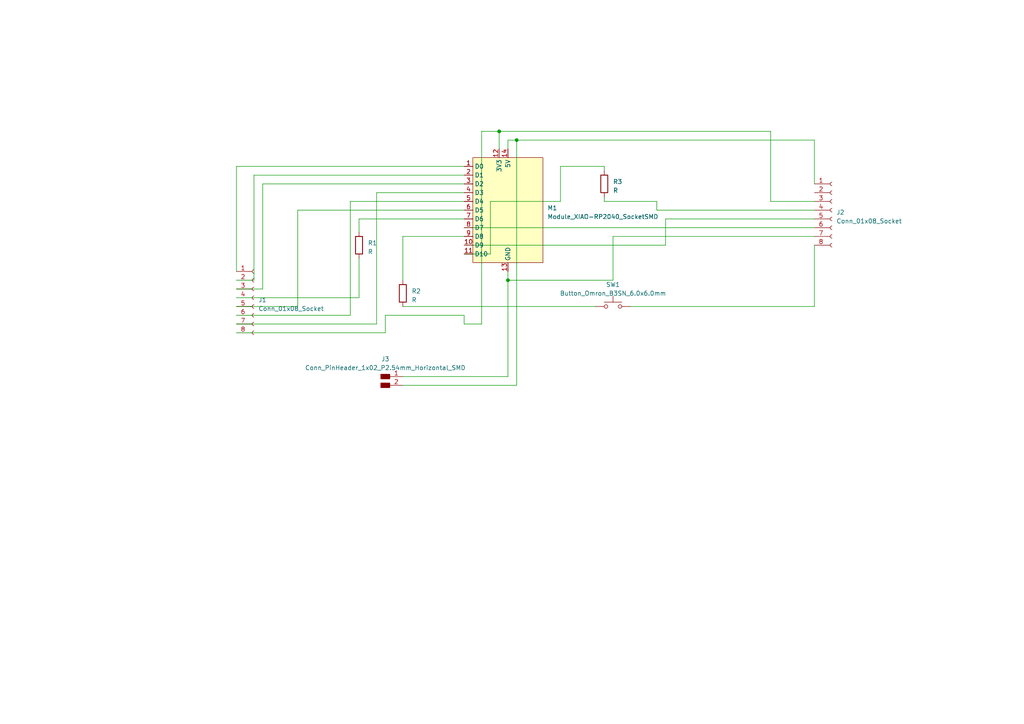
<source format=kicad_sch>
(kicad_sch (version 20230121) (generator eeschema)
  (paper "A4")
  (lib_symbols
    (symbol "Connector:Conn_01x08_Socket" (pin_names (offset 1.016) hide)
      (property "Reference" "J" (at 0 10.16 0))
      (property "Value" "Conn_01x08_Socket" (at 0 -12.7 0))
      (symbol "Conn_01x08_Socket_1_1"
        (arc (start 0 -9.652) (mid -0.5058 -10.16) (end 0 -10.668) (stroke (width 0.1524)))
        (arc (start 0 -7.112) (mid -0.5058 -7.62) (end 0 -8.128) (stroke (width 0.1524)))
        (arc (start 0 -4.572) (mid -0.5058 -5.08) (end 0 -5.588) (stroke (width 0.1524)))
        (arc (start 0 -2.032) (mid -0.5058 -2.54) (end 0 -3.048) (stroke (width 0.1524)))
        (polyline (pts (xy -1.27 -10.16) (xy -0.508 -10.16)) (stroke (width 0.1524)))
        (polyline (pts (xy -1.27 -7.62) (xy -0.508 -7.62)) (stroke (width 0.1524)))
        (polyline (pts (xy -1.27 -5.08) (xy -0.508 -5.08)) (stroke (width 0.1524)))
        (polyline (pts (xy -1.27 -2.54) (xy -0.508 -2.54)) (stroke (width 0.1524)))
        (polyline (pts (xy -1.27 0) (xy -0.508 0)) (stroke (width 0.1524)))
        (polyline (pts (xy -1.27 2.54) (xy -0.508 2.54)) (stroke (width 0.1524)))
        (polyline (pts (xy -1.27 5.08) (xy -0.508 5.08)) (stroke (width 0.1524)))
        (polyline (pts (xy -1.27 7.62) (xy -0.508 7.62)) (stroke (width 0.1524)))
        (arc (start 0 0.508) (mid -0.5058 0) (end 0 -0.508) (stroke (width 0.1524)))
        (arc (start 0 3.048) (mid -0.5058 2.54) (end 0 2.032) (stroke (width 0.1524)))
        (arc (start 0 5.588) (mid -0.5058 5.08) (end 0 4.572) (stroke (width 0.1524)))
        (arc (start 0 8.128) (mid -0.5058 7.62) (end 0 7.112) (stroke (width 0.1524)))
        (pin passive line (at -5.08 7.62 0) (length 3.81) (name "Pin_1") (number "1"))
        (pin passive line (at -5.08 5.08 0) (length 3.81) (name "Pin_2") (number "2"))
        (pin passive line (at -5.08 2.54 0) (length 3.81) (name "Pin_3") (number "3"))
        (pin passive line (at -5.08 0 0) (length 3.81) (name "Pin_4") (number "4"))
        (pin passive line (at -5.08 -2.54 0) (length 3.81) (name "Pin_5") (number "5"))
        (pin passive line (at -5.08 -5.08 0) (length 3.81) (name "Pin_6") (number "6"))
        (pin passive line (at -5.08 -7.62 0) (length 3.81) (name "Pin_7") (number "7"))
        (pin passive line (at -5.08 -10.16 0) (length 3.81) (name "Pin_8") (number "8"))
      )
    )
    (symbol "Device:R" (pin_numbers hide) (pin_names (offset 0))
      (property "Reference" "R" (at 2.032 0 90))
      (property "Value" "R" (at 0 0 90))
      (symbol "R_0_1"
        (rectangle (start -1.016 -2.54) (end 1.016 2.54) (stroke (width 0.254)))
      )
      (symbol "R_1_1"
        (pin passive line (at 0 3.81 270) (length 1.27) (name "~") (number "1"))
        (pin passive line (at 0 -3.81 90) (length 1.27) (name "~") (number "2"))
      )
    )
    (symbol "fab:Button_Omron_B3SN_6.0x6.0mm" (pin_numbers hide) (pin_names (offset 1.016) hide)
      (property "Reference" "SW" (at 1.27 2.54 0))
      (property "Value" "Button_Omron_B3SN_6.0x6.0mm" (at 0 -1.524 0))
      (symbol "Button_Omron_B3SN_6.0x6.0mm_0_1"
        (circle (center -2.032 0) (radius 0.508))
        (polyline (pts (xy 0 1.27) (xy 0 3.048)))
        (polyline (pts (xy 2.54 1.27) (xy -2.54 1.27)))
        (circle (center 2.032 0) (radius 0.508))
        (pin passive line (at -5.08 0 0) (length 2.54) (name "1") (number "1"))
        (pin passive line (at 5.08 0 180) (length 2.54) (name "2") (number "2"))
      )
    )
    (symbol "fab:Conn_PinHeader_1x02_P2.54mm_Horizontal_SMD" (pin_names hide)
      (property "Reference" "J" (at 0 2.54 0))
      (property "Value" "Conn_PinHeader_1x02_P2.54mm_Horizontal_SMD" (at 0 -5.08 0))
      (symbol "Conn_PinHeader_1x02_P2.54mm_Horizontal_SMD_1_1"
        (rectangle (start -1.27 -1.905) (end 1.27 -3.175) (stroke (width 0.254)) (fill (type outline)))
        (rectangle (start -1.27 0.635) (end 1.27 -0.635) (stroke (width 0.254)) (fill (type outline)))
        (pin passive line (at 5.08 0 180) (length 3.81) (name "Pin_1") (number "1"))
        (pin passive line (at 5.08 -2.54 180) (length 3.81) (name "Pin_2") (number "2"))
      )
    )
    (symbol "fab:Module_XIAO-RP2040_SocketSMD"
      (property "Reference" "M" (at 0 0 0))
      (property "Value" "Module_XIAO-RP2040_SocketSMD" (at 0 2.54 0))
      (symbol "Module_XIAO-RP2040_SocketSMD_0_1"
        (rectangle (start -10.16 15.24) (end 10.16 -15.24) (fill (type background)))
      )
      (symbol "Module_XIAO-RP2040_SocketSMD_1_1"
        (pin bidirectional line (at -12.7 12.7 0) (length 2.54) (name "D0") (number "1"))
        (pin bidirectional line (at -12.7 -10.16 0) (length 2.54) (name "D9") (number "10"))
        (pin bidirectional line (at -12.7 -12.7 0) (length 2.54) (name "D10") (number "11"))
        (pin power_in line (at -2.54 17.78 270) (length 2.54) (name "3V3") (number "12"))
        (pin power_in line (at 0 -17.78 90) (length 2.54) (name "GND") (number "13"))
        (pin power_in line (at 0 17.78 270) (length 2.54) (name "5V") (number "14"))
        (pin bidirectional line (at -12.7 10.16 0) (length 2.54) (name "D1") (number "2"))
        (pin bidirectional line (at -12.7 7.62 0) (length 2.54) (name "D2") (number "3"))
        (pin bidirectional line (at -12.7 5.08 0) (length 2.54) (name "D3") (number "4"))
        (pin bidirectional line (at -12.7 2.54 0) (length 2.54) (name "D4") (number "5"))
        (pin bidirectional line (at -12.7 0 0) (length 2.54) (name "D5") (number "6"))
        (pin bidirectional line (at -12.7 -2.54 0) (length 2.54) (name "D6") (number "7"))
        (pin bidirectional line (at -12.7 -5.08 0) (length 2.54) (name "D7") (number "8"))
        (pin bidirectional line (at -12.7 -7.62 0) (length 2.54) (name "D8") (number "9"))
      )
    )
  )
  (junction (at 144.78 38.1))
  (junction (at 149.86 40.64))
  (junction (at 147.32 81.28))
  (wire (pts (xy 109.22 55.88) (xy 134.62 55.88)))
  (wire (pts (xy 149.86 40.64) (xy 147.32 40.64)))
  (wire (pts (xy 144.78 38.1) (xy 223.52 38.1)))
  (wire (pts (xy 193.04 71.12) (xy 193.04 63.5)))
  (wire (pts (xy 134.62 71.12) (xy 193.04 71.12)))
  (wire (pts (xy 193.04 63.5) (xy 236.22 63.5)))
  (wire (pts (xy 190.5 58.42) (xy 190.5 60.96)))
  (wire (pts (xy 68.58 93.98) (xy 109.22 93.98)))
  (wire (pts (xy 86.36 88.9) (xy 68.58 88.9)))
  (wire (pts (xy 73.66 50.8) (xy 134.62 50.8)))
  (wire (pts (xy 162.56 48.26) (xy 175.26 48.26)))
  (wire (pts (xy 190.5 60.96) (xy 236.22 60.96)))
  (wire (pts (xy 68.58 48.26) (xy 68.58 78.74)))
  (wire (pts (xy 134.62 73.66) (xy 142.24 73.66)))
  (wire (pts (xy 175.26 48.26) (xy 175.26 49.53)))
  (wire (pts (xy 142.24 73.66) (xy 142.24 58.42)))
  (wire (pts (xy 68.58 81.28) (xy 73.66 81.28)))
  (wire (pts (xy 68.58 86.36) (xy 104.14 86.36)))
  (wire (pts (xy 134.62 91.44) (xy 111.76 91.44)))
  (wire (pts (xy 142.24 58.42) (xy 162.56 58.42)))
  (wire (pts (xy 73.66 81.28) (xy 73.66 50.8)))
  (wire (pts (xy 144.78 38.1) (xy 139.7 38.1)))
  (wire (pts (xy 175.26 57.15) (xy 175.26 58.42)))
  (wire (pts (xy 111.76 96.52) (xy 68.58 96.52)))
  (wire (pts (xy 116.84 88.9) (xy 172.72 88.9)))
  (wire (pts (xy 109.22 93.98) (xy 109.22 55.88)))
  (wire (pts (xy 223.52 38.1) (xy 223.52 58.42)))
  (wire (pts (xy 147.32 40.64) (xy 147.32 43.18)))
  (wire (pts (xy 147.32 78.74) (xy 147.32 81.28)))
  (wire (pts (xy 116.84 109.22) (xy 147.32 109.22)))
  (wire (pts (xy 139.7 38.1) (xy 139.7 93.98)))
  (wire (pts (xy 162.56 58.42) (xy 162.56 48.26)))
  (wire (pts (xy 134.62 48.26) (xy 68.58 48.26)))
  (wire (pts (xy 182.88 88.9) (xy 236.22 88.9)))
  (wire (pts (xy 177.8 68.58) (xy 236.22 68.58)))
  (wire (pts (xy 134.62 66.04) (xy 236.22 66.04)))
  (wire (pts (xy 236.22 40.64) (xy 236.22 53.34)))
  (wire (pts (xy 177.8 68.58) (xy 177.8 81.28)))
  (wire (pts (xy 139.7 93.98) (xy 134.62 93.98)))
  (wire (pts (xy 76.2 53.34) (xy 76.2 83.82)))
  (wire (pts (xy 86.36 60.96) (xy 86.36 88.9)))
  (wire (pts (xy 101.6 58.42) (xy 101.6 91.44)))
  (wire (pts (xy 149.86 111.76) (xy 149.86 40.64)))
  (wire (pts (xy 144.78 38.1) (xy 144.78 43.18)))
  (wire (pts (xy 236.22 88.9) (xy 236.22 71.12)))
  (wire (pts (xy 104.14 63.5) (xy 134.62 63.5)))
  (wire (pts (xy 147.32 81.28) (xy 147.32 109.22)))
  (wire (pts (xy 134.62 60.96) (xy 86.36 60.96)))
  (wire (pts (xy 177.8 81.28) (xy 147.32 81.28)))
  (wire (pts (xy 104.14 63.5) (xy 104.14 67.31)))
  (wire (pts (xy 134.62 58.42) (xy 101.6 58.42)))
  (wire (pts (xy 116.84 111.76) (xy 149.86 111.76)))
  (wire (pts (xy 223.52 58.42) (xy 236.22 58.42)))
  (wire (pts (xy 134.62 68.58) (xy 116.84 68.58)))
  (wire (pts (xy 134.62 53.34) (xy 76.2 53.34)))
  (wire (pts (xy 101.6 91.44) (xy 68.58 91.44)))
  (wire (pts (xy 175.26 58.42) (xy 190.5 58.42)))
  (wire (pts (xy 149.86 40.64) (xy 236.22 40.64)))
  (wire (pts (xy 116.84 68.58) (xy 116.84 81.28)))
  (wire (pts (xy 111.76 91.44) (xy 111.76 96.52)))
  (wire (pts (xy 134.62 93.98) (xy 134.62 91.44)))
  (wire (pts (xy 104.14 74.93) (xy 104.14 86.36)))
  (wire (pts (xy 68.58 83.82) (xy 76.2 83.82)))
  (symbol (lib_id "Connector:Conn_01x08_Socket") (at 73.66 86.36 0) (unit 1)
    (property "Reference" "J1" (at 74.93 86.995 0) (effects (justify left)))
    (property "Value" "Conn_01x08_Socket" (at 74.93 89.535 0) (effects (justify left)))
    (property "Footprint" "fab:PinHeader_1x08_P2.54mm_Horizontal_SMD" (effects hide))
  )
  (symbol (lib_id "Device:R") (at 116.84 85.09 0) (unit 1)
    (property "Reference" "R2" (at 119.38 84.455 0) (effects (justify left)))
    (property "Value" "R" (at 119.38 86.995 0) (effects (justify left)))
    (property "Footprint" "fab:R_1206" (effects hide))
  )
  (symbol (lib_id "Connector:Conn_01x08_Socket") (at 241.3 60.96 0) (unit 1)
    (property "Reference" "J2" (at 242.57 61.595 0) (effects (justify left)))
    (property "Value" "Conn_01x08_Socket" (at 242.57 64.135 0) (effects (justify left)))
    (property "Footprint" "fab:PinHeader_1x08_P2.54mm_Horizontal_SMD" (effects hide))
  )
  (symbol (lib_id "fab:Conn_PinHeader_1x02_P2.54mm_Horizontal_SMD") (at 111.76 109.22 0) (unit 1)
    (property "Reference" "J3" (at 111.76 104.14 0))
    (property "Value" "Conn_PinHeader_1x02_P2.54mm_Horizontal_SMD" (at 111.76 106.68 0))
    (property "Footprint" "fab:PinHeader_1x02_P2.54mm_Horizontal_SMD" (effects hide))
  )
  (symbol (lib_id "fab:Module_XIAO-RP2040_SocketSMD") (at 147.32 60.96 0) (unit 1)
    (property "Reference" "M1" (at 158.75 60.325 0) (effects (justify left)))
    (property "Value" "Module_XIAO-RP2040_SocketSMD" (at 158.75 62.865 0) (effects (justify left)))
    (property "Footprint" "XIAO_PCB:MOUDLE14P-SMD-2.54-21X17.8MM" (effects hide))
    (property "Datasheet" "https://wiki.seeedstudio.com/XIAO-RP2040/" (effects hide))
  )
  (symbol (lib_id "fab:Button_Omron_B3SN_6.0x6.0mm") (at 177.8 88.9 0) (unit 1)
    (property "Reference" "SW1" (at 177.8 82.55 0))
    (property "Value" "Button_Omron_B3SN_6.0x6.0mm" (at 177.8 85.09 0))
    (property "Footprint" "fab:Button_Omron_B3SN_6.0x6.0mm" (effects hide))
    (property "Datasheet" "https://omronfs.omron.com/en_US/ecb/products/pdf/en-b3sn.pdf" (effects hide))
  )
  (symbol (lib_id "Device:R") (at 175.26 53.34 0) (unit 1)
    (property "Reference" "R3" (at 177.8 52.705 0) (effects (justify left)))
    (property "Value" "R" (at 177.8 55.245 0) (effects (justify left)))
    (property "Footprint" "fab:R_1206" (effects hide))
  )
  (symbol (lib_id "Device:R") (at 104.14 71.12 0) (unit 1)
    (property "Reference" "R1" (at 106.68 70.485 0) (effects (justify left)))
    (property "Value" "R" (at 106.68 73.025 0) (effects (justify left)))
    (property "Footprint" "fab:R_1206" (effects hide))
  )
)
</source>
